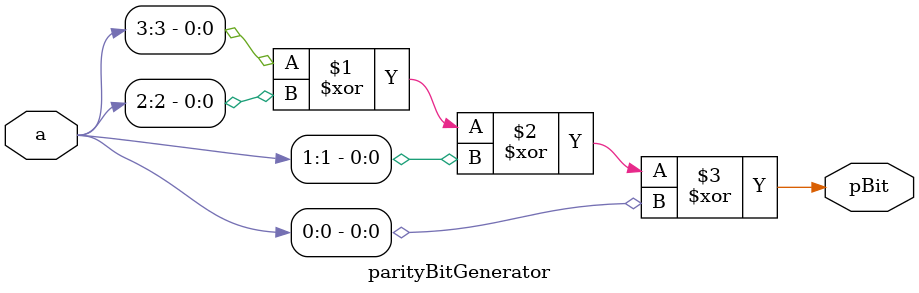
<source format=v>
module parityBitGenerator (
    input [3:0]a,
    output pBit
);
   assign pBit = a[3] ^ a[2] ^ a[1] ^ a[0];
endmodule
</source>
